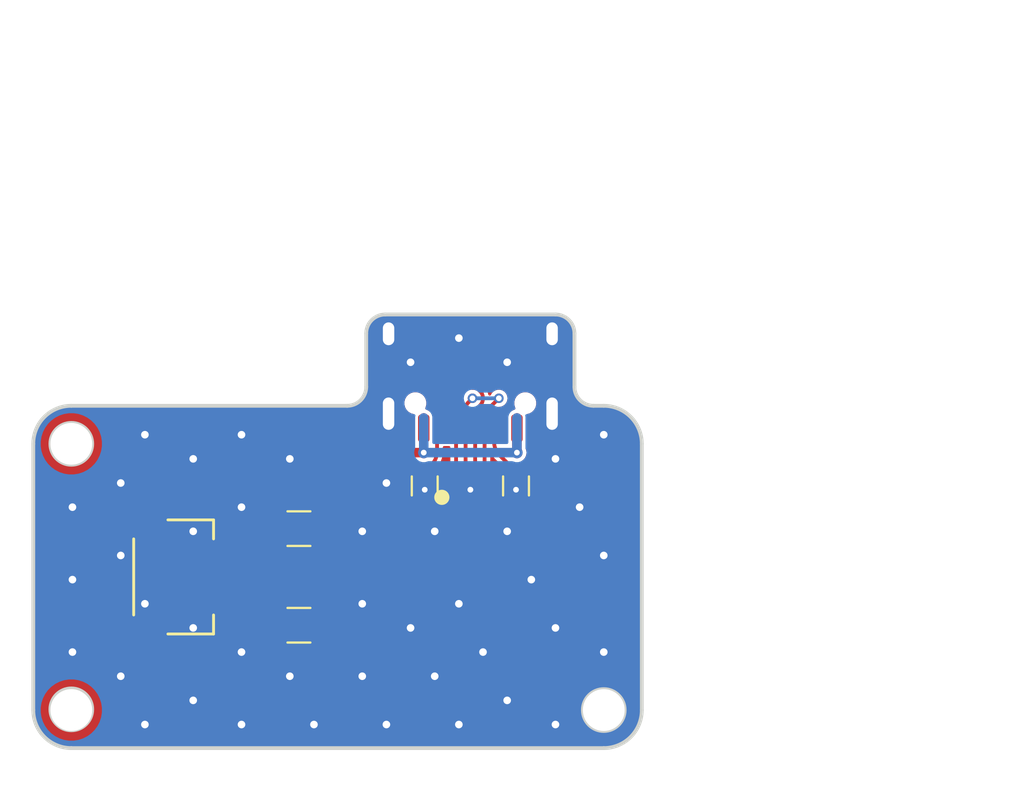
<source format=kicad_pcb>
(kicad_pcb (version 20240108) (generator "pcbnew") (generator_version "8.0")
  (layers (0 "F.Cu" signal) (31 "B.Cu" signal) (34 "B.Paste" user) (35 "F.Paste" user) (36 "B.SilkS" user "B.Silkscreen") (37 "F.SilkS" user "F.Silkscreen") (38 "B.Mask" user) (39 "F.Mask" user) (44 "Edge.Cuts" user))
  (net 0 "")
  (net 1 "GNDPWR")
  (net 2 "VCC")
  (net 3 "VBUS")
  (net 4 "CC1")
  (net 5 "DA+")
  (net 6 "DA-")
  (net 8 "CC2")
  (net 10 "GND")
  (footprint "Inductor_SMD:L_1206_3216Metric" (layer "F.Cu") (at 87.985 71.7258)
    (property "Reference" "L1" (hide yes))
    (property "Value" "60R@100MHz")
    (fp_line (start -0.602064 -0.91) (end 0.602064 -0.91) (stroke (width 0.12)) (layer "F.SilkS"))
    (fp_line (start -0.602064 0.91) (end 0.602064 0.91) (stroke (width 0.12)) (layer "F.SilkS"))
    (pad "1" smd roundrect (at -1.4 0) (size 1.25 1.75) (layers "F.Cu" "F.Paste" "F.Mask") (roundrect_rratio 0.2) (net 10 "GND"))
    (pad "2" smd roundrect (at 1.4 0) (size 1.25 1.75) (layers "F.Cu" "F.Paste" "F.Mask") (roundrect_rratio 0.2) (net 1 "GNDPWR"))
  )
  (footprint "random-keyboard-parts:Generic-Mounthole" (layer "F.Cu") (at 76.015 76.1858)
    (property "Reference" "MH3" (hide yes))
    (property "Value" "Mount-M2" (hide yes))
    (pad "" np_thru_hole circle (at 0 0) (size 3.500001 3.500001) (drill 2.2) (layers "F.Cu" "In1.Cu" "In2.Cu" "In3.Cu" "In4.Cu" "In5.Cu" "In6.Cu" "In7.Cu" "In8.Cu" "In9.Cu" "In10.Cu" "In11.Cu" "In12.Cu" "In13.Cu" "In14.Cu" "In15.Cu" "In16.Cu" "In17.Cu" "In18.Cu" "In19.Cu" "In20.Cu" "In21.Cu" "In22.Cu" "In23.Cu" "In24.Cu" "In25.Cu" "In26.Cu" "In27.Cu" "In28.Cu" "In29.Cu" "In30.Cu" "F.Mask") (clearance 0.508))
  )
  (footprint "random-keyboard-parts:Generic-Mounthole" (layer "F.Cu") (at 76.015 62.1858)
    (property "Reference" "MH1")
    (property "Value" "Mount-M2" (hide yes))
    (pad "" np_thru_hole circle (at 0 0) (size 3.500001 3.500001) (drill 2.2) (layers "F.Cu" "In1.Cu" "In2.Cu" "In3.Cu" "In4.Cu" "In5.Cu" "In6.Cu" "In7.Cu" "In8.Cu" "In9.Cu" "In10.Cu" "In11.Cu" "In12.Cu" "In13.Cu" "In14.Cu" "In15.Cu" "In16.Cu" "In17.Cu" "In18.Cu" "In19.Cu" "In20.Cu" "In21.Cu" "In22.Cu" "In23.Cu" "In24.Cu" "In25.Cu" "In26.Cu" "In27.Cu" "In28.Cu" "In29.Cu" "In30.Cu" "F.Mask") (clearance 0.508))
  )
  (footprint "Resistors_SMD:R_0603" (layer "F.Cu") (at 99.4 64.4 -90)
    (property "Reference" "R1" (hide yes))
    (property "Value" "5.1k")
    (fp_line (start 0.5 0.68) (end -0.5 0.68) (stroke (width 0.12)) (layer "F.SilkS"))
    (fp_line (start -0.5 -0.68) (end 0.5 -0.68) (stroke (width 0.12)) (layer "F.SilkS"))
    (pad "1" smd rect (at -0.75 0 270) (size 0.5 0.9) (layers "F.Cu" "F.Paste" "F.Mask") (net 4 "CC1"))
    (pad "2" smd rect (at 0.75 0 270) (size 0.5 0.9) (layers "F.Cu" "F.Paste" "F.Mask") (net 1 "GNDPWR"))
  )
  (footprint "Fuse:Fuse_1206_3216Metric" (layer "F.Cu") (at 87.985 66.6458 180)
    (property "Reference" "F1" (hide yes))
    (property "Value" "ASMD1206-150")
    (fp_line (start -0.602064 0.91) (end 0.602064 0.91) (stroke (width 0.12)) (layer "F.SilkS"))
    (fp_line (start -0.602064 -0.91) (end 0.602064 -0.91) (stroke (width 0.12)) (layer "F.SilkS"))
    (pad "1" smd roundrect (at -1.4 0 180) (size 1.25 1.75) (layers "F.Cu" "F.Paste" "F.Mask") (roundrect_rratio 0.2) (net 3 "VBUS"))
    (pad "2" smd roundrect (at 1.4 0 180) (size 1.25 1.75) (layers "F.Cu" "F.Paste" "F.Mask") (roundrect_rratio 0.2) (net 2 "VCC"))
  )
  (footprint "random-keyboard-parts:Generic-Mounthole" (layer "F.Cu") (at 104.015 76.1858)
    (property "Reference" "MH2" (hide yes))
    (property "Value" "Mount-M2" (hide yes))
    (pad "1" thru_hole circle (at 0 0) (size 3.500001 3.500001) (drill 2.2) (layers "*.Cu" "*.Mask" "In1.Cu" "In2.Cu" "In3.Cu" "In4.Cu" "In5.Cu" "In6.Cu" "In7.Cu" "In8.Cu" "In9.Cu" "In10.Cu" "In11.Cu" "In12.Cu" "In13.Cu" "In14.Cu" "In15.Cu" "In16.Cu" "In17.Cu" "In18.Cu" "In19.Cu" "In20.Cu" "In21.Cu" "In22.Cu" "In23.Cu" "In24.Cu" "In25.Cu" "In26.Cu" "In27.Cu" "In28.Cu" "In29.Cu" "In30.Cu") (net 1 "GNDPWR"))
  )
  (footprint "acheron_Components:USON-10_2.5x1.0mm_P0.5mm" (layer "F.Cu") (at 97 64.6 90)
    (property "Reference" "U1" (hide yes))
    (property "Value" "TPD4E05U06DQAR")
    (fp_circle (center -0.4 -1.5) (end -0.4 -1.5) (stroke (width 0.4)) (fill none) (layer "F.SilkS"))
    (pad "1" smd roundrect (at -0.385 -1) (size 0.25 0.55) (layers "F.Cu" "F.Paste" "F.Mask") (roundrect_rratio 0.5) (net 5 "DA+"))
    (pad "2" smd rect (at -0.385 -0.5) (size 0.25 0.55) (layers "F.Cu" "F.Paste" "F.Mask") (net 6 "DA-"))
    (pad "3" smd rect (at -0.385 0) (size 0.3 0.55) (layers "F.Cu" "F.Paste" "F.Mask") (net 1 "GNDPWR"))
    (pad "4" smd rect (at -0.385 0.5) (size 0.25 0.55) (layers "F.Cu" "F.Paste" "F.Mask") (net 5 "DA+"))
    (pad "5" smd rect (at -0.385 1) (size 0.25 0.55) (layers "F.Cu" "F.Paste" "F.Mask") (net 6 "DA-"))
    (pad "6" smd rect (at 0.385 1) (size 0.25 0.55) (layers "F.Cu" "F.Paste" "F.Mask") (net 6 "DA-"))
    (pad "7" smd rect (at 0.385 0.5) (size 0.25 0.55) (layers "F.Cu" "F.Paste" "F.Mask") (net 5 "DA+"))
    (pad "8" smd rect (at 0.385 0) (size 0.3 0.55) (layers "F.Cu" "F.Paste" "F.Mask") (net 1 "GNDPWR"))
    (pad "9" smd rect (at 0.385 -0.5) (size 0.25 0.55) (layers "F.Cu" "F.Paste" "F.Mask") (net 6 "DA-"))
    (pad "10" smd rect (at 0.385 -1) (size 0.25 0.55) (layers "F.Cu" "F.Paste" "F.Mask") (net 5 "DA+"))
  )
  (footprint "acheron_Connectors:TYPE-C-31-M-12" (layer "F.Cu") (at 96.998 62.1 180)
    (property "Reference" "J1" (hide yes))
    (property "Value" "TYPE-C-31-M12_13")
    (pad "" np_thru_hole circle (at -2.89 2.051 180) (size 0.65 0.65) (drill 0.65) (layers "*.Cu" "*.Mask"))
    (pad "" np_thru_hole circle (at 2.89 2.051 180) (size 0.65 0.65) (drill 0.65) (layers "*.Cu" "*.Mask"))
    (pad "A1" smd roundrect (at -3.25 1.275 180) (size 0.6 1.45) (drill (offset 0 -0.55)) (layers "F.Cu" "F.Paste" "F.Mask") (net 1 "GNDPWR"))
    (pad "A4" smd roundrect (at -2.45 1.275 180) (size 0.6 1.45) (drill (offset 0 -0.55)) (layers "F.Cu" "F.Paste" "F.Mask") (net 3 "VBUS"))
    (pad "A5" smd roundrect (at -1.25 1.275 180) (size 0.3 1.45) (drill (offset 0 -0.55)) (layers "F.Cu" "F.Paste" "F.Mask") (net 4 "CC1"))
    (pad "A6" smd roundrect (at -0.254 1.275 180) (size 0.3 1.45) (drill (offset 0 -0.55)) (layers "F.Cu" "F.Paste" "F.Mask") (net 5 "DA+"))
    (pad "A7" smd roundrect (at 0.25 1.275 180) (size 0.3 1.45) (drill (offset 0 -0.55)) (layers "F.Cu" "F.Paste" "F.Mask") (net 6 "DA-"))
    (pad "A8" smd roundrect (at 1.25 1.275 180) (size 0.3 1.45) (drill (offset 0 -0.55)) (layers "F.Cu" "F.Paste" "F.Mask"))
    (pad "B1" smd roundrect (at 3.25 1.275 180) (size 0.6 1.45) (drill (offset 0 -0.55)) (layers "F.Cu" "F.Paste" "F.Mask") (net 1 "GNDPWR"))
    (pad "B4" smd roundrect (at 2.45 1.275 180) (size 0.6 1.45) (drill (offset 0 -0.55)) (layers "F.Cu" "F.Paste" "F.Mask") (net 3 "VBUS"))
    (pad "B5" smd roundrect (at 1.75 1.275 180) (size 0.3 1.45) (drill (offset 0 -0.55)) (layers "F.Cu" "F.Paste" "F.Mask") (net 8 "CC2"))
    (pad "B6" smd roundrect (at 0.75 1.275 180) (size 0.3 1.45) (drill (offset 0 -0.55)) (layers "F.Cu" "F.Paste" "F.Mask") (net 5 "DA+"))
    (pad "B7" smd roundrect (at -0.75 1.275 180) (size 0.3 1.45) (drill (offset 0 -0.55)) (layers "F.Cu" "F.Paste" "F.Mask") (net 6 "DA-"))
    (pad "B8" smd roundrect (at -1.75 1.275 180) (size 0.3 1.45) (drill (offset 0 -0.55)) (layers "F.Cu" "F.Paste" "F.Mask"))
    (pad "S" thru_hole oval (at -4.3 1.5 180) (size 1.1 2.2) (drill oval 0.6 1.7) (layers "*.Cu" "*.Mask" "In1.Cu" "In2.Cu" "In3.Cu" "In4.Cu" "In5.Cu" "In6.Cu" "In7.Cu" "In8.Cu" "In9.Cu" "In10.Cu" "In11.Cu" "In12.Cu" "In13.Cu" "In14.Cu" "In15.Cu" "In16.Cu" "In17.Cu" "In18.Cu" "In19.Cu" "In20.Cu" "In21.Cu" "In22.Cu" "In23.Cu" "In24.Cu" "In25.Cu" "In26.Cu" "In27.Cu" "In28.Cu" "In29.Cu" "In30.Cu") (net 1 "GNDPWR"))
    (pad "S" thru_hole oval (at -4.3 5.7 180) (size 1.3 1.9) (drill oval 0.6 1.2) (layers "*.Cu" "*.Mask" "In1.Cu" "In2.Cu" "In3.Cu" "In4.Cu" "In5.Cu" "In6.Cu" "In7.Cu" "In8.Cu" "In9.Cu" "In10.Cu" "In11.Cu" "In12.Cu" "In13.Cu" "In14.Cu" "In15.Cu" "In16.Cu" "In17.Cu" "In18.Cu" "In19.Cu" "In20.Cu" "In21.Cu" "In22.Cu" "In23.Cu" "In24.Cu" "In25.Cu" "In26.Cu" "In27.Cu" "In28.Cu" "In29.Cu" "In30.Cu") (net 1 "GNDPWR"))
    (pad "S" thru_hole oval (at 4.3 1.5 180) (size 1.1 2.2) (drill oval 0.6 1.7) (layers "*.Cu" "*.Mask" "In1.Cu" "In2.Cu" "In3.Cu" "In4.Cu" "In5.Cu" "In6.Cu" "In7.Cu" "In8.Cu" "In9.Cu" "In10.Cu" "In11.Cu" "In12.Cu" "In13.Cu" "In14.Cu" "In15.Cu" "In16.Cu" "In17.Cu" "In18.Cu" "In19.Cu" "In20.Cu" "In21.Cu" "In22.Cu" "In23.Cu" "In24.Cu" "In25.Cu" "In26.Cu" "In27.Cu" "In28.Cu" "In29.Cu" "In30.Cu") (net 1 "GNDPWR"))
    (pad "S" thru_hole oval (at 4.3 5.7 180) (size 1.3 1.9) (drill oval 0.6 1.2) (layers "*.Cu" "*.Mask" "In1.Cu" "In2.Cu" "In3.Cu" "In4.Cu" "In5.Cu" "In6.Cu" "In7.Cu" "In8.Cu" "In9.Cu" "In10.Cu" "In11.Cu" "In12.Cu" "In13.Cu" "In14.Cu" "In15.Cu" "In16.Cu" "In17.Cu" "In18.Cu" "In19.Cu" "In20.Cu" "In21.Cu" "In22.Cu" "In23.Cu" "In24.Cu" "In25.Cu" "In26.Cu" "In27.Cu" "In28.Cu" "In29.Cu" "In30.Cu") (net 1 "GNDPWR"))
  )
  (footprint "Resistors_SMD:R_0603" (layer "F.Cu") (at 94.6 64.4 -90)
    (property "Reference" "R2" (hide yes))
    (property "Value" "5.1k")
    (fp_line (start 0.5 0.68) (end -0.5 0.68) (stroke (width 0.12)) (layer "F.SilkS"))
    (fp_line (start -0.5 -0.68) (end 0.5 -0.68) (stroke (width 0.12)) (layer "F.SilkS"))
    (pad "1" smd rect (at -0.75 0 270) (size 0.5 0.9) (layers "F.Cu" "F.Paste" "F.Mask") (net 8 "CC2"))
    (pad "2" smd rect (at 0.75 0 270) (size 0.5 0.9) (layers "F.Cu" "F.Paste" "F.Mask") (net 1 "GNDPWR"))
  )
  (footprint "random-keyboard-parts:JST-SR-4" (layer "F.Cu") (at 79.095 69.1858 -90)
    (property "Reference" "J4" (hide yes))
    (property "Value" "SM04B-SRSS-TB(LF)(SN)")
    (fp_line (start 2 -0.2) (end -2 -0.2) (stroke (width 0.15)) (layer "F.SilkS"))
    (fp_line (start -3 -2) (end -3 -4.4) (stroke (width 0.15)) (layer "F.SilkS"))
    (fp_line (start -3 -4.4) (end -2 -4.4) (stroke (width 0.15)) (layer "F.SilkS"))
    (fp_line (start 2 -4.4) (end 3 -4.4) (stroke (width 0.15)) (layer "F.SilkS"))
    (fp_line (start 3 -4.4) (end 3 -2) (stroke (width 0.15)) (layer "F.SilkS"))
    (pad "" smd rect (at -2.8 -0.9 270) (size 1.2 1.8) (layers "F.Cu" "F.Paste" "F.Mask"))
    (pad "" smd rect (at 2.8 -0.9 270) (size 1.2 1.8) (layers "F.Cu" "F.Paste" "F.Mask"))
    (pad "1" smd rect (at -1.5 -4.775 270) (size 0.6 1.55) (layers "F.Cu" "F.Paste" "F.Mask") (net 2 "VCC"))
    (pad "2" smd rect (at -0.5 -4.775 270) (size 0.6 1.55) (layers "F.Cu" "F.Paste" "F.Mask") (net 6 "DA-"))
    (pad "3" smd rect (at 0.5 -4.775 270) (size 0.6 1.55) (layers "F.Cu" "F.Paste" "F.Mask") (net 5 "DA+"))
    (pad "4" smd rect (at 1.5 -4.775 270) (size 0.6 1.55) (layers "F.Cu" "F.Paste" "F.Mask") (net 10 "GND"))
  )
  (gr_circle (center 104.015 76.1858) (end 105.115 76.1858) (stroke (width 0.2)) (fill none) (layer "Edge.Cuts"))
  (gr_arc (start 104.015 60.1858) (mid 105.429214 60.771586) (end 106.015 62.1858) (stroke (width 0.2)) (layer "Edge.Cuts"))
  (gr_arc (start 76.015 78.1858) (mid 74.600786 77.600014) (end 74.015 76.1858) (stroke (width 0.2)) (layer "Edge.Cuts"))
  (gr_line (start 101.473 55.3858) (end 92.523 55.3858) (stroke (width 0.2)) (layer "Edge.Cuts"))
  (gr_line (start 91.523 56.3858) (end 91.523 59.1858) (stroke (width 0.2)) (layer "Edge.Cuts"))
  (gr_arc (start 106.015 76.1858) (mid 105.429214 77.600014) (end 104.015 78.1858) (stroke (width 0.2)) (layer "Edge.Cuts"))
  (gr_arc (start 74.015 62.1858) (mid 74.600786 60.771586) (end 76.015 60.1858) (stroke (width 0.2)) (layer "Edge.Cuts"))
  (gr_circle (center 76.015 76.1488) (end 77.115 76.1488) (stroke (width 0.2)) (fill none) (layer "Edge.Cuts"))
  (gr_line (start 102.473 59.1858) (end 102.473 56.3858) (stroke (width 0.2)) (layer "Edge.Cuts"))
  (gr_arc (start 103.473 60.1858) (mid 102.765893 59.892907) (end 102.473 59.1858) (stroke (width 0.2)) (layer "Edge.Cuts"))
  (gr_arc (start 101.473 55.3858) (mid 102.180107 55.678693) (end 102.473 56.3858) (stroke (width 0.2)) (layer "Edge.Cuts"))
  (gr_line (start 76.015 78.1858) (end 104.015 78.1858) (stroke (width 0.2)) (layer "Edge.Cuts"))
  (gr_line (start 104.015 60.1858) (end 103.473 60.1858) (stroke (width 0.2)) (layer "Edge.Cuts"))
  (gr_line (start 74.015 62.1858) (end 74.015 76.1858) (stroke (width 0.2)) (layer "Edge.Cuts"))
  (gr_line (start 90.523 60.1858) (end 76.015 60.1858) (stroke (width 0.2)) (layer "Edge.Cuts"))
  (gr_arc (start 91.523 56.3858) (mid 91.815893 55.678693) (end 92.523 55.3858) (stroke (width 0.2)) (layer "Edge.Cuts"))
  (gr_circle (center 76.015 62.1858) (end 77.115 62.1858) (stroke (width 0.2)) (fill none) (layer "Edge.Cuts"))
  (gr_line (start 106.015 76.1858) (end 106.015 62.1858) (stroke (width 0.2)) (layer "Edge.Cuts"))
  (gr_arc (start 91.523 59.1858) (mid 91.230107 59.892907) (end 90.523 60.1858) (stroke (width 0.2)) (layer "Edge.Cuts"))
  (segment (start 99.4 65.15) (end 99.4 64.6) (width 0.5) (layer "F.Cu") (net 1))
  (segment (start 94.6 65.15) (end 94.6 64.6) (width 0.5) (layer "F.Cu") (net 1))
  (via (at 93.855 71.867) (size 0.8) (drill 0.4) (layers "F.Cu" "B.Cu") (net 1))
  (via (at 98.935 57.897) (size 0.8) (drill 0.4) (layers "F.Cu" "B.Cu") (net 1))
  (via (at 88.775 76.947) (size 0.8) (drill 0.4) (layers "F.Cu" "B.Cu") (net 1))
  (via (at 100.205 69.327) (size 0.8) (drill 0.4) (layers "F.Cu" "B.Cu") (net 1))
  (via (at 82.425 62.977) (size 0.8) (drill 0.4) (layers "F.Cu" "B.Cu") (net 1))
  (via (at 92.585 76.947) (size 0.8) (drill 0.4) (layers "F.Cu" "B.Cu") (net 1))
  (via (at 79.885 61.707) (size 0.8) (drill 0.4) (layers "F.Cu" "B.Cu") (net 1))
  (via (at 101.475 76.947) (size 0.8) (drill 0.4) (layers "F.Cu" "B.Cu") (net 1))
  (via (at 98.935 66.787) (size 0.8) (drill 0.4) (layers "F.Cu" "B.Cu") (net 1))
  (via (at 84.965 61.707) (size 0.8) (drill 0.4) (layers "F.Cu" "B.Cu") (net 1))
  (via (at 91.315 66.787) (size 0.8) (drill 0.4) (layers "F.Cu" "B.Cu") (net 1))
  (via (at 101.475 71.867) (size 0.8) (drill 0.4) (layers "F.Cu" "B.Cu") (net 1))
  (via (at 82.425 75.677) (size 0.8) (drill 0.4) (layers "F.Cu" "B.Cu") (net 1))
  (via (at 97.665 73.137) (size 0.8) (drill 0.4) (layers "F.Cu" "B.Cu") (net 1))
  (via (at 96.395 76.947) (size 0.8) (drill 0.4) (layers "F.Cu" "B.Cu") (net 1))
  (via (at 95.125 66.787) (size 0.8) (drill 0.4) (layers "F.Cu" "B.Cu") (net 1))
  (via (at 97 64.6) (size 0.45) (drill 0.3048) (layers "F.Cu" "B.Cu") (net 1))
  (via (at 87.505 74.407) (size 0.8) (drill 0.4) (layers "F.Cu" "B.Cu") (net 1))
  (via (at 82.425 66.787) (size 0.8) (drill 0.4) (layers "F.Cu" "B.Cu") (net 1))
  (via (at 78.615 68.057) (size 0.8) (drill 0.4) (layers "F.Cu" "B.Cu") (net 1))
  (via (at 104.015 68.057) (size 0.8) (drill 0.4) (layers "F.Cu" "B.Cu") (net 1))
  (via (at 82.425 71.867) (size 0.8) (drill 0.4) (layers "F.Cu" "B.Cu") (net 1))
  (via (at 76.075 69.327) (size 0.8) (drill 0.4) (layers "F.Cu" "B.Cu") (net 1))
  (via (at 104.015 61.707) (size 0.8) (drill 0.4) (layers "F.Cu" "B.Cu") (net 1))
  (via (at 79.885 70.597) (size 0.8) (drill 0.4) (layers "F.Cu" "B.Cu") (net 1))
  (via (at 78.615 64.247) (size 0.8) (drill 0.4) (layers "F.Cu" "B.Cu") (net 1))
  (via (at 84.965 76.947) (size 0.8) (drill 0.4) (layers "F.Cu" "B.Cu") (net 1))
  (via (at 102.745 65.517) (size 0.8) (drill 0.4) (layers "F.Cu" "B.Cu") (net 1))
  (via (at 98.935 75.677) (size 0.8) (drill 0.4) (layers "F.Cu" "B.Cu") (net 1))
  (via (at 91.315 74.407) (size 0.8) (drill 0.4) (layers "F.Cu" "B.Cu") (net 1))
  (via (at 101.475 62.977) (size 0.8) (drill 0.4) (layers "F.Cu" "B.Cu") (net 1))
  (via (at 91.315 70.597) (size 0.8) (drill 0.4) (layers "F.Cu" "B.Cu") (net 1))
  (via (at 96.395 56.627) (size 0.8) (drill 0.4) (layers "F.Cu" "B.Cu") (net 1))
  (via (at 92.585 64.247) (size 0.8) (drill 0.4) (layers "F.Cu" "B.Cu") (net 1))
  (via (at 78.615 74.407) (size 0.8) (drill 0.4) (layers "F.Cu" "B.Cu") (net 1))
  (via (at 84.965 65.517) (size 0.8) (drill 0.4) (layers "F.Cu" "B.Cu") (net 1))
  (via (at 76.075 73.137) (size 0.8) (drill 0.4) (layers "F.Cu" "B.Cu") (net 1))
  (via (at 79.885 76.947) (size 0.8) (drill 0.4) (layers "F.Cu" "B.Cu") (net 1))
  (via (at 93.855 57.897) (size 0.8) (drill 0.4) (layers "F.Cu" "B.Cu") (net 1))
  (via (at 95.125 74.407) (size 0.8) (drill 0.4) (layers "F.Cu" "B.Cu") (net 1))
  (via (at 99.4 64.6) (size 0.6) (drill 0.3) (layers "F.Cu" "B.Cu") (net 1))
  (via (at 84.965 73.137) (size 0.8) (drill 0.4) (layers "F.Cu" "B.Cu") (net 1))
  (via (at 104.015 73.137) (size 0.8) (drill 0.4) (layers "F.Cu" "B.Cu") (net 1))
  (via (at 96.395 70.597) (size 0.8) (drill 0.4) (layers "F.Cu" "B.Cu") (net 1))
  (via (at 76.075 65.517) (size 0.8) (drill 0.4) (layers "F.Cu" "B.Cu") (net 1))
  (via (at 87.505 62.977) (size 0.8) (drill 0.4) (layers "F.Cu" "B.Cu") (net 1))
  (via (at 94.6 64.6) (size 0.6) (drill 0.3) (layers "F.Cu" "B.Cu") (net 1))
  (segment (start 85.837893 67.392907) (end 86.585 66.6458) (width 0.5) (layer "F.Cu") (net 2))
  (segment (start 83.87 67.6858) (end 85.130786 67.6858) (width 0.5) (layer "F.Cu") (net 2))
  (arc (start 85.130786 67.6858) (mid 85.513469 67.60968) (end 85.837893 67.392907) (width 0.5) (layer "F.Cu") (net 2))
  (segment (start 99.448 62.648) (end 99.448 60.825) (width 0.5) (layer "F.Cu") (net 3))
  (segment (start 89.385 64.648) (end 89.385 66.6458) (width 0.5) (layer "F.Cu") (net 3))
  (segment (start 94.548 60.825) (end 94.548 62.648) (width 0.5) (layer "F.Cu") (net 3))
  (segment (start 94.548 62.648) (end 91.385 62.648) (width 0.5) (layer "F.Cu") (net 3))
  (segment (start 94.548 60.825) (end 94.548 60.81967) (width 0.2) (layer "F.Cu") (net 3))
  (via (at 94.548 62.648) (size 0.6) (drill 0.3) (layers "F.Cu" "B.Cu") (net 3))
  (via (at 99.448 62.648) (size 0.6) (drill 0.3) (layers "F.Cu" "B.Cu") (net 3))
  (arc (start 91.385 62.648) (mid 89.970786 63.233786) (end 89.385 64.648) (width 0.5) (layer "F.Cu") (net 3))
  (segment (start 94.548 60.825) (end 94.548 62.648) (width 0.5) (layer "B.Cu") (net 3))
  (segment (start 99.448 60.825) (end 99.448 62.648) (width 0.5) (layer "B.Cu") (net 3))
  (segment (start 94.548 62.648) (end 99.448 62.648) (width 0.5) (layer "B.Cu") (net 3))
  (segment (start 98.248 60.825) (end 98.248 62.083786) (width 0.2) (layer "F.Cu") (net 4))
  (segment (start 98.540893 62.790893) (end 99.4 63.65) (width 0.2) (layer "F.Cu") (net 4))
  (arc (start 98.248 62.083786) (mid 98.32412 62.466469) (end 98.540893 62.790893) (width 0.2) (layer "F.Cu") (net 4))
  (segment (start 96.248 60.825) (end 96.248 63.272761) (width 0.2) (layer "F.Cu") (net 5))
  (segment (start 85.120369 69.597932) (end 85.129633 69.588668) (width 0.43) (layer "F.Cu") (net 5))
  (segment (start 97.5 63.793553) (end 97.5 64.215) (width 0.2) (layer "F.Cu") (net 5))
  (segment (start 97.252 60.633107) (end 97.252 60.825) (width 0.2) (layer "F.Cu") (net 5))
  (segment (start 96.174776 63.449538) (end 96.073223 63.551091) (width 0.2) (layer "F.Cu") (net 5))
  (segment (start 97.5 64.985) (end 97.5 65.85) (width 0.2) (layer "F.Cu") (net 5))
  (segment (start 83.87 69.6858) (end 84.908237 69.6858) (width 0.43) (layer "F.Cu") (net 5))
  (segment (start 97.483606 59.387788) (end 97.512895 59.417077) (width 0.2) (layer "F.Cu") (net 5))
  (segment (start 96 64.215) (end 96 64.985) (width 0.2) (layer "F.Cu") (net 5))
  (segment (start 97.325224 63.515224) (end 97.426777 63.616777) (width 0.2) (layer "F.Cu") (net 5))
  (segment (start 96 63.727867) (end 96 64.215) (width 0.2) (layer "F.Cu") (net 5))
  (segment (start 97.315 67.8708) (end 97.315 66.035) (width 0.43) (layer "F.Cu") (net 5))
  (segment (start 97.5 64.215) (end 97.5 64.985) (width 0.2) (layer "F.Cu") (net 5))
  (segment (start 97.512894 60.165106) (end 97.398446 60.279554) (width 0.2) (layer "F.Cu") (net 5))
  (segment (start 96.893766 59.241341) (end 97.130052 59.241341) (width 0.2) (layer "F.Cu") (net 5))
  (segment (start 85.341765 69.5008) (end 95.685 69.5008) (width 0.43) (layer "F.Cu") (net 5))
  (segment (start 96.248 60.825) (end 96.248 59.887107) (width 0.2) (layer "F.Cu") (net 5))
  (segment (start 97.315 66.035) (end 97.5 65.85) (width 0.43) (layer "F.Cu") (net 5))
  (segment (start 96.394447 59.533553) (end 96.540213 59.387787) (width 0.2) (layer "F.Cu") (net 5))
  (segment (start 97.252 60.825) (end 97.252 63.338447) (width 0.2) (layer "F.Cu") (net 5))
  (segment (start 97.659341 59.77063) (end 97.659341 59.811552) (width 0.2) (layer "F.Cu") (net 5))
  (arc (start 97.252 60.633107) (mid 97.29006 60.441766) (end 97.398446 60.279554) (width 0.2) (layer "F.Cu") (net 5))
  (arc (start 96.174776 63.449538) (mid 96.228969 63.368432) (end 96.248 63.272761) (width 0.2) (layer "F.Cu") (net 5))
  (arc (start 96.893766 59.241341) (mid 96.702425 59.279401) (end 96.540213 59.387787) (width 0.2) (layer "F.Cu") (net 5))
  (arc (start 96.248 59.887107) (mid 96.28606 59.695765) (end 96.394447 59.533553) (width 0.2) (layer "F.Cu") (net 5))
  (arc (start 97.512895 59.417077) (mid 97.621281 59.579289) (end 97.659341 59.77063) (width 0.2) (layer "F.Cu") (net 5))
  (arc (start 97.252 63.338447) (mid 97.27103 63.434118) (end 97.325224 63.515224) (width 0.2) (layer "F.Cu") (net 5))
  (arc (start 97.483606 59.387788) (mid 97.321394 59.279401) (end 97.130052 59.241341) (width 0.2) (layer "F.Cu") (net 5))
  (arc (start 95.685 69.5008) (mid 96.837584 69.023384) (end 97.315 67.8708) (width 0.43) (layer "F.Cu") (net 5))
  (arc (start 85.341765 69.5008) (mid 85.22696 69.523636) (end 85.129633 69.588668) (width 0.43) (layer "F.Cu") (net 5))
  (arc (start 97.512894 60.165106) (mid 97.621281 60.002894) (end 97.659341 59.811552) (width 0.2) (layer "F.Cu") (net 5))
  (arc (start 97.426777 63.616777) (mid 97.48097 63.697883) (end 97.5 63.793553) (width 0.2) (layer "F.Cu") (net 5))
  (arc (start 96.073223 63.551091) (mid 96.01903 63.632197) (end 96 63.727867) (width 0.2) (layer "F.Cu") (net 5))
  (arc (start 84.908237 69.6858) (mid 85.023042 69.662964) (end 85.120369 69.597932) (width 0.43) (layer "F.Cu") (net 5))
  (segment (start 85.120369 68.773668) (end 85.129633 68.782932) (width 0.43) (layer "F.Cu") (net 6))
  (segment (start 96.685 67.8708) (end 96.685 66.035) (width 0.43) (layer "F.Cu") (net 6))
  (segment (start 96.674776 63.515224) (end 96.573223 63.616777) (width 0.2) (layer "F.Cu") (net 6))
  (segment (start 97.109341 59.791341) (end 96.894446 60.006236) (width 0.2) (layer "F.Cu") (net 6))
  (segment (start 83.87 68.6858) (end 84.908237 68.6858) (width 0.43) (layer "F.Cu") (net 6))
  (segment (start 97.748 60.825) (end 97.748 60.748448) (width 0.2) (layer "F.Cu") (net 6))
  (segment (start 85.341765 68.8708) (end 95.685 68.8708) (width 0.43) (layer "F.Cu") (net 6))
  (segment (start 96.5 63.793553) (end 96.5 64.215) (width 0.2) (layer "F.Cu") (net 6))
  (segment (start 97.894447 60.394894) (end 98.498 59.791341) (width 0.2) (layer "F.Cu") (net 6))
  (segment (start 97.821224 63.445538) (end 97.926777 63.551091) (width 0.2) (layer "F.Cu") (net 6))
  (segment (start 98 63.727867) (end 98 64.215) (width 0.2) (layer "F.Cu") (net 6))
  (segment (start 96.685 66.035) (end 96.5 65.85) (width 0.43) (layer "F.Cu") (net 6))
  (segment (start 96.748 60.825) (end 96.748 63.338447) (width 0.2) (layer "F.Cu") (net 6))
  (segment (start 98 64.215) (end 98 64.985) (width 0.2) (layer "F.Cu") (net 6))
  (segment (start 96.5 64.985) (end 96.5 65.85) (width 0.2) (layer "F.Cu") (net 6))
  (segment (start 97.748 60.825) (end 97.748 63.268761) (width 0.2) (layer "F.Cu") (net 6))
  (segment (start 96.748 60.359789) (end 96.748 60.825) (width 0.2) (layer "F.Cu") (net 6))
  (segment (start 96.5 64.215) (end 96.5 64.985) (width 0.2) (layer "F.Cu") (net 6))
  (via (at 97.109341 59.791341) (size 0.5) (drill 0.3) (layers "F.Cu" "B.Cu") (net 6))
  (via (at 98.498 59.791341) (size 0.5) (drill 0.3) (layers "F.Cu" "B.Cu") (net 6))
  (arc (start 95.685 68.8708) (mid 96.392107 68.577907) (end 96.685 67.8708) (width 0.43) (layer "F.Cu") (net 6))
  (arc (start 96.573223 63.616777) (mid 96.51903 63.697883) (end 96.5 63.793553) (width 0.2) (layer "F.Cu") (net 6))
  (arc (start 97.748 63.268761) (mid 97.76703 63.364432) (end 97.821224 63.445538) (width 0.2) (layer "F.Cu") (net 6))
  (arc (start 96.748 63.338447) (mid 96.72897 63.434118) (end 96.674776 63.515224) (width 0.2) (layer "F.Cu") (net 6))
  (arc (start 98 63.727867) (mid 97.98097 63.632196) (end 97.926777 63.551091) (width 0.2) (layer "F.Cu") (net 6))
  (arc (start 97.748 60.748448) (mid 97.78606 60.557106) (end 97.894447 60.394894) (width 0.2) (layer "F.Cu") (net 6))
  (arc (start 85.120369 68.773668) (mid 85.023042 68.708636) (end 84.908237 68.6858) (width 0.43) (layer "F.Cu") (net 6))
  (arc (start 85.341765 68.8708) (mid 85.22696 68.847964) (end 85.129633 68.782932) (width 0.43) (layer "F.Cu") (net 6))
  (arc (start 96.894446 60.006236) (mid 96.78606 60.168448) (end 96.748 60.359789) (width 0.2) (layer "F.Cu") (net 6))
  (segment (start 98.498 59.791341) (end 98.636659 59.791341) (width 0.2) (layer "B.Cu") (net 6))
  (segment (start 97.109341 59.791341) (end 98.498 59.791341) (width 0.2) (layer "B.Cu") (net 6))
  (segment (start 95.248 60.825) (end 95.248 62.587786) (width 0.2) (layer "F.Cu") (net 8))
  (segment (start 94.955107 63.294893) (end 94.6 63.65) (width 0.2) (layer "F.Cu") (net 8))
  (arc (start 95.248 62.587786) (mid 95.17188 62.970469) (end 94.955107 63.294893) (width 0.2) (layer "F.Cu") (net 8))
  (segment (start 85.837893 70.978693) (end 86.585 71.7258) (width 0.5) (layer "F.Cu") (net 10))
  (segment (start 83.87 70.6858) (end 85.130786 70.6858) (width 0.5) (layer "F.Cu") (net 10))
  (arc (start 85.837893 70.978693) (mid 85.51347 70.76192) (end 85.130786 70.6858) (width 0.5) (layer "F.Cu") (net 10))
  (zone (net 1) (net_name "GNDPWR") (layers "F.Cu" "B.Cu") (connect_pads yes (clearance 0.1524)) (min_thickness 0.1524) (fill yes (thermal_gap 0.508) (thermal_bridge_width 0.508))
    (polygon (pts (xy 109.095 80.1858) (xy 72.265 79.9958) (xy 72.265 50.7858) (xy 109.095 50.7858)))
  )
)
</source>
